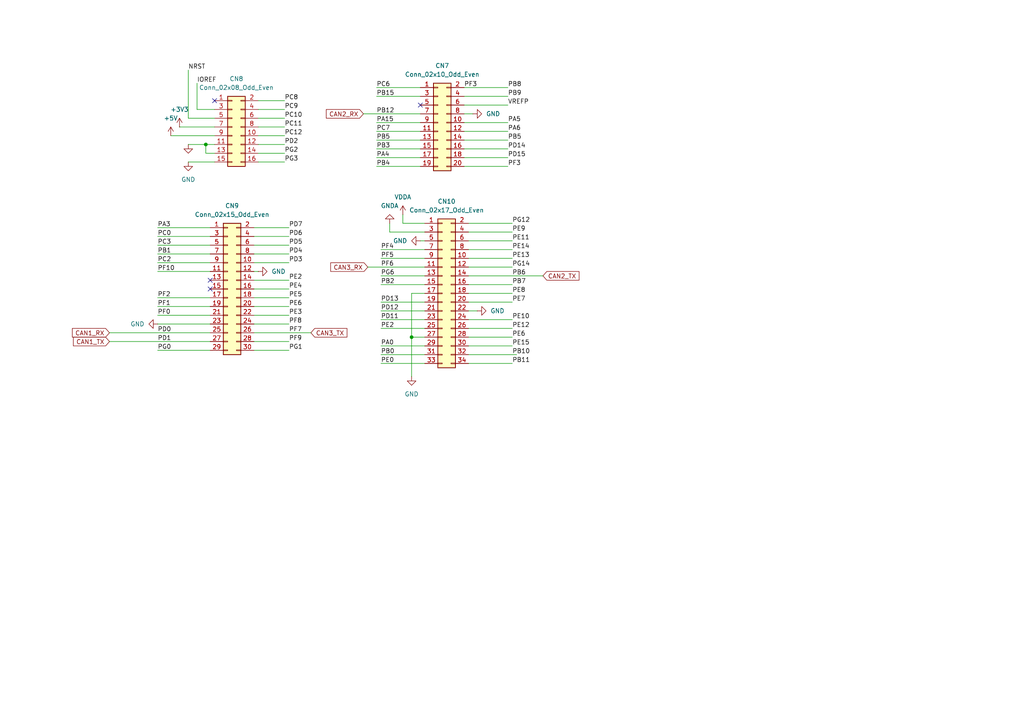
<source format=kicad_sch>
(kicad_sch (version 20231120) (generator "eeschema") (generator_version "8.0")
  (paper "A4")
  (lib_symbols
    (symbol "Connector_Generic:Conn_02x08_Odd_Even" (pin_names (offset 1.016) hide)
      (property "Reference" "J" (at 1.27 10.16 0))
      (property "Value" "Conn_02x08_Odd_Even" (at 1.27 -12.7 0))
      (symbol "Conn_02x08_Odd_Even_1_1"
        (rectangle (start -1.27 -10.033) (end 0 -10.287) (stroke (width 0.1524)))
        (rectangle (start -1.27 -7.493) (end 0 -7.747) (stroke (width 0.1524)))
        (rectangle (start -1.27 -4.953) (end 0 -5.207) (stroke (width 0.1524)))
        (rectangle (start -1.27 -2.413) (end 0 -2.667) (stroke (width 0.1524)))
        (rectangle (start -1.27 0.127) (end 0 -0.127) (stroke (width 0.1524)))
        (rectangle (start -1.27 2.667) (end 0 2.413) (stroke (width 0.1524)))
        (rectangle (start -1.27 5.207) (end 0 4.953) (stroke (width 0.1524)))
        (rectangle (start -1.27 7.747) (end 0 7.493) (stroke (width 0.1524)))
        (rectangle (start -1.27 8.89) (end 3.81 -11.43) (stroke (width 0.254)) (fill (type background)))
        (rectangle (start 3.81 -10.033) (end 2.54 -10.287) (stroke (width 0.1524)))
        (rectangle (start 3.81 -7.493) (end 2.54 -7.747) (stroke (width 0.1524)))
        (rectangle (start 3.81 -4.953) (end 2.54 -5.207) (stroke (width 0.1524)))
        (rectangle (start 3.81 -2.413) (end 2.54 -2.667) (stroke (width 0.1524)))
        (rectangle (start 3.81 0.127) (end 2.54 -0.127) (stroke (width 0.1524)))
        (rectangle (start 3.81 2.667) (end 2.54 2.413) (stroke (width 0.1524)))
        (rectangle (start 3.81 5.207) (end 2.54 4.953) (stroke (width 0.1524)))
        (rectangle (start 3.81 7.747) (end 2.54 7.493) (stroke (width 0.1524)))
        (pin passive line (at -5.08 7.62 0) (length 3.81) (name "Pin_1") (number "1"))
        (pin passive line (at 7.62 -2.54 180) (length 3.81) (name "Pin_10") (number "10"))
        (pin passive line (at -5.08 -5.08 0) (length 3.81) (name "Pin_11") (number "11"))
        (pin passive line (at 7.62 -5.08 180) (length 3.81) (name "Pin_12") (number "12"))
        (pin passive line (at -5.08 -7.62 0) (length 3.81) (name "Pin_13") (number "13"))
        (pin passive line (at 7.62 -7.62 180) (length 3.81) (name "Pin_14") (number "14"))
        (pin passive line (at -5.08 -10.16 0) (length 3.81) (name "Pin_15") (number "15"))
        (pin passive line (at 7.62 -10.16 180) (length 3.81) (name "Pin_16") (number "16"))
        (pin passive line (at 7.62 7.62 180) (length 3.81) (name "Pin_2") (number "2"))
        (pin passive line (at -5.08 5.08 0) (length 3.81) (name "Pin_3") (number "3"))
        (pin passive line (at 7.62 5.08 180) (length 3.81) (name "Pin_4") (number "4"))
        (pin passive line (at -5.08 2.54 0) (length 3.81) (name "Pin_5") (number "5"))
        (pin passive line (at 7.62 2.54 180) (length 3.81) (name "Pin_6") (number "6"))
        (pin passive line (at -5.08 0 0) (length 3.81) (name "Pin_7") (number "7"))
        (pin passive line (at 7.62 0 180) (length 3.81) (name "Pin_8") (number "8"))
        (pin passive line (at -5.08 -2.54 0) (length 3.81) (name "Pin_9") (number "9"))
      )
    )
    (symbol "Connector_Generic:Conn_02x10_Odd_Even" (pin_names (offset 1.016) hide)
      (property "Reference" "J" (at 1.27 12.7 0))
      (property "Value" "Conn_02x10_Odd_Even" (at 1.27 -15.24 0))
      (symbol "Conn_02x10_Odd_Even_1_1"
        (rectangle (start -1.27 -12.573) (end 0 -12.827) (stroke (width 0.1524)))
        (rectangle (start -1.27 -10.033) (end 0 -10.287) (stroke (width 0.1524)))
        (rectangle (start -1.27 -7.493) (end 0 -7.747) (stroke (width 0.1524)))
        (rectangle (start -1.27 -4.953) (end 0 -5.207) (stroke (width 0.1524)))
        (rectangle (start -1.27 -2.413) (end 0 -2.667) (stroke (width 0.1524)))
        (rectangle (start -1.27 0.127) (end 0 -0.127) (stroke (width 0.1524)))
        (rectangle (start -1.27 2.667) (end 0 2.413) (stroke (width 0.1524)))
        (rectangle (start -1.27 5.207) (end 0 4.953) (stroke (width 0.1524)))
        (rectangle (start -1.27 7.747) (end 0 7.493) (stroke (width 0.1524)))
        (rectangle (start -1.27 10.287) (end 0 10.033) (stroke (width 0.1524)))
        (rectangle (start -1.27 11.43) (end 3.81 -13.97) (stroke (width 0.254)) (fill (type background)))
        (rectangle (start 3.81 -12.573) (end 2.54 -12.827) (stroke (width 0.1524)))
        (rectangle (start 3.81 -10.033) (end 2.54 -10.287) (stroke (width 0.1524)))
        (rectangle (start 3.81 -7.493) (end 2.54 -7.747) (stroke (width 0.1524)))
        (rectangle (start 3.81 -4.953) (end 2.54 -5.207) (stroke (width 0.1524)))
        (rectangle (start 3.81 -2.413) (end 2.54 -2.667) (stroke (width 0.1524)))
        (rectangle (start 3.81 0.127) (end 2.54 -0.127) (stroke (width 0.1524)))
        (rectangle (start 3.81 2.667) (end 2.54 2.413) (stroke (width 0.1524)))
        (rectangle (start 3.81 5.207) (end 2.54 4.953) (stroke (width 0.1524)))
        (rectangle (start 3.81 7.747) (end 2.54 7.493) (stroke (width 0.1524)))
        (rectangle (start 3.81 10.287) (end 2.54 10.033) (stroke (width 0.1524)))
        (pin passive line (at -5.08 10.16 0) (length 3.81) (name "Pin_1") (number "1"))
        (pin passive line (at 7.62 0 180) (length 3.81) (name "Pin_10") (number "10"))
        (pin passive line (at -5.08 -2.54 0) (length 3.81) (name "Pin_11") (number "11"))
        (pin passive line (at 7.62 -2.54 180) (length 3.81) (name "Pin_12") (number "12"))
        (pin passive line (at -5.08 -5.08 0) (length 3.81) (name "Pin_13") (number "13"))
        (pin passive line (at 7.62 -5.08 180) (length 3.81) (name "Pin_14") (number "14"))
        (pin passive line (at -5.08 -7.62 0) (length 3.81) (name "Pin_15") (number "15"))
        (pin passive line (at 7.62 -7.62 180) (length 3.81) (name "Pin_16") (number "16"))
        (pin passive line (at -5.08 -10.16 0) (length 3.81) (name "Pin_17") (number "17"))
        (pin passive line (at 7.62 -10.16 180) (length 3.81) (name "Pin_18") (number "18"))
        (pin passive line (at -5.08 -12.7 0) (length 3.81) (name "Pin_19") (number "19"))
        (pin passive line (at 7.62 10.16 180) (length 3.81) (name "Pin_2") (number "2"))
        (pin passive line (at 7.62 -12.7 180) (length 3.81) (name "Pin_20") (number "20"))
        (pin passive line (at -5.08 7.62 0) (length 3.81) (name "Pin_3") (number "3"))
        (pin passive line (at 7.62 7.62 180) (length 3.81) (name "Pin_4") (number "4"))
        (pin passive line (at -5.08 5.08 0) (length 3.81) (name "Pin_5") (number "5"))
        (pin passive line (at 7.62 5.08 180) (length 3.81) (name "Pin_6") (number "6"))
        (pin passive line (at -5.08 2.54 0) (length 3.81) (name "Pin_7") (number "7"))
        (pin passive line (at 7.62 2.54 180) (length 3.81) (name "Pin_8") (number "8"))
        (pin passive line (at -5.08 0 0) (length 3.81) (name "Pin_9") (number "9"))
      )
    )
    (symbol "Connector_Generic:Conn_02x15_Odd_Even" (pin_names (offset 1.016) hide)
      (property "Reference" "J" (at 1.27 20.32 0))
      (property "Value" "Conn_02x15_Odd_Even" (at 1.27 -20.32 0))
      (symbol "Conn_02x15_Odd_Even_1_1"
        (rectangle (start -1.27 -17.653) (end 0 -17.907) (stroke (width 0.1524)))
        (rectangle (start -1.27 -15.113) (end 0 -15.367) (stroke (width 0.1524)))
        (rectangle (start -1.27 -12.573) (end 0 -12.827) (stroke (width 0.1524)))
        (rectangle (start -1.27 -10.033) (end 0 -10.287) (stroke (width 0.1524)))
        (rectangle (start -1.27 -7.493) (end 0 -7.747) (stroke (width 0.1524)))
        (rectangle (start -1.27 -4.953) (end 0 -5.207) (stroke (width 0.1524)))
        (rectangle (start -1.27 -2.413) (end 0 -2.667) (stroke (width 0.1524)))
        (rectangle (start -1.27 0.127) (end 0 -0.127) (stroke (width 0.1524)))
        (rectangle (start -1.27 2.667) (end 0 2.413) (stroke (width 0.1524)))
        (rectangle (start -1.27 5.207) (end 0 4.953) (stroke (width 0.1524)))
        (rectangle (start -1.27 7.747) (end 0 7.493) (stroke (width 0.1524)))
        (rectangle (start -1.27 10.287) (end 0 10.033) (stroke (width 0.1524)))
        (rectangle (start -1.27 12.827) (end 0 12.573) (stroke (width 0.1524)))
        (rectangle (start -1.27 15.367) (end 0 15.113) (stroke (width 0.1524)))
        (rectangle (start -1.27 17.907) (end 0 17.653) (stroke (width 0.1524)))
        (rectangle (start -1.27 19.05) (end 3.81 -19.05) (stroke (width 0.254)) (fill (type background)))
        (rectangle (start 3.81 -17.653) (end 2.54 -17.907) (stroke (width 0.1524)))
        (rectangle (start 3.81 -15.113) (end 2.54 -15.367) (stroke (width 0.1524)))
        (rectangle (start 3.81 -12.573) (end 2.54 -12.827) (stroke (width 0.1524)))
        (rectangle (start 3.81 -10.033) (end 2.54 -10.287) (stroke (width 0.1524)))
        (rectangle (start 3.81 -7.493) (end 2.54 -7.747) (stroke (width 0.1524)))
        (rectangle (start 3.81 -4.953) (end 2.54 -5.207) (stroke (width 0.1524)))
        (rectangle (start 3.81 -2.413) (end 2.54 -2.667) (stroke (width 0.1524)))
        (rectangle (start 3.81 0.127) (end 2.54 -0.127) (stroke (width 0.1524)))
        (rectangle (start 3.81 2.667) (end 2.54 2.413) (stroke (width 0.1524)))
        (rectangle (start 3.81 5.207) (end 2.54 4.953) (stroke (width 0.1524)))
        (rectangle (start 3.81 7.747) (end 2.54 7.493) (stroke (width 0.1524)))
        (rectangle (start 3.81 10.287) (end 2.54 10.033) (stroke (width 0.1524)))
        (rectangle (start 3.81 12.827) (end 2.54 12.573) (stroke (width 0.1524)))
        (rectangle (start 3.81 15.367) (end 2.54 15.113) (stroke (width 0.1524)))
        (rectangle (start 3.81 17.907) (end 2.54 17.653) (stroke (width 0.1524)))
        (pin passive line (at -5.08 17.78 0) (length 3.81) (name "Pin_1") (number "1"))
        (pin passive line (at 7.62 7.62 180) (length 3.81) (name "Pin_10") (number "10"))
        (pin passive line (at -5.08 5.08 0) (length 3.81) (name "Pin_11") (number "11"))
        (pin passive line (at 7.62 5.08 180) (length 3.81) (name "Pin_12") (number "12"))
        (pin passive line (at -5.08 2.54 0) (length 3.81) (name "Pin_13") (number "13"))
        (pin passive line (at 7.62 2.54 180) (length 3.81) (name "Pin_14") (number "14"))
        (pin passive line (at -5.08 0 0) (length 3.81) (name "Pin_15") (number "15"))
        (pin passive line (at 7.62 0 180) (length 3.81) (name "Pin_16") (number "16"))
        (pin passive line (at -5.08 -2.54 0) (length 3.81) (name "Pin_17") (number "17"))
        (pin passive line (at 7.62 -2.54 180) (length 3.81) (name "Pin_18") (number "18"))
        (pin passive line (at -5.08 -5.08 0) (length 3.81) (name "Pin_19") (number "19"))
        (pin passive line (at 7.62 17.78 180) (length 3.81) (name "Pin_2") (number "2"))
        (pin passive line (at 7.62 -5.08 180) (length 3.81) (name "Pin_20") (number "20"))
        (pin passive line (at -5.08 -7.62 0) (length 3.81) (name "Pin_21") (number "21"))
        (pin passive line (at 7.62 -7.62 180) (length 3.81) (name "Pin_22") (number "22"))
        (pin passive line (at -5.08 -10.16 0) (length 3.81) (name "Pin_23") (number "23"))
        (pin passive line (at 7.62 -10.16 180) (length 3.81) (name "Pin_24") (number "24"))
        (pin passive line (at -5.08 -12.7 0) (length 3.81) (name "Pin_25") (number "25"))
        (pin passive line (at 7.62 -12.7 180) (length 3.81) (name "Pin_26") (number "26"))
        (pin passive line (at -5.08 -15.24 0) (length 3.81) (name "Pin_27") (number "27"))
        (pin passive line (at 7.62 -15.24 180) (length 3.81) (name "Pin_28") (number "28"))
        (pin passive line (at -5.08 -17.78 0) (length 3.81) (name "Pin_29") (number "29"))
        (pin passive line (at -5.08 15.24 0) (length 3.81) (name "Pin_3") (number "3"))
        (pin passive line (at 7.62 -17.78 180) (length 3.81) (name "Pin_30") (number "30"))
        (pin passive line (at 7.62 15.24 180) (length 3.81) (name "Pin_4") (number "4"))
        (pin passive line (at -5.08 12.7 0) (length 3.81) (name "Pin_5") (number "5"))
        (pin passive line (at 7.62 12.7 180) (length 3.81) (name "Pin_6") (number "6"))
        (pin passive line (at -5.08 10.16 0) (length 3.81) (name "Pin_7") (number "7"))
        (pin passive line (at 7.62 10.16 180) (length 3.81) (name "Pin_8") (number "8"))
        (pin passive line (at -5.08 7.62 0) (length 3.81) (name "Pin_9") (number "9"))
      )
    )
    (symbol "Connector_Generic:Conn_02x17_Odd_Even" (pin_names (offset 1.016) hide)
      (property "Reference" "J" (at 1.27 22.86 0))
      (property "Value" "Conn_02x17_Odd_Even" (at 1.27 -22.86 0))
      (symbol "Conn_02x17_Odd_Even_1_1"
        (rectangle (start -1.27 -20.193) (end 0 -20.447) (stroke (width 0.1524)))
        (rectangle (start -1.27 -17.653) (end 0 -17.907) (stroke (width 0.1524)))
        (rectangle (start -1.27 -15.113) (end 0 -15.367) (stroke (width 0.1524)))
        (rectangle (start -1.27 -12.573) (end 0 -12.827) (stroke (width 0.1524)))
        (rectangle (start -1.27 -10.033) (end 0 -10.287) (stroke (width 0.1524)))
        (rectangle (start -1.27 -7.493) (end 0 -7.747) (stroke (width 0.1524)))
        (rectangle (start -1.27 -4.953) (end 0 -5.207) (stroke (width 0.1524)))
        (rectangle (start -1.27 -2.413) (end 0 -2.667) (stroke (width 0.1524)))
        (rectangle (start -1.27 0.127) (end 0 -0.127) (stroke (width 0.1524)))
        (rectangle (start -1.27 2.667) (end 0 2.413) (stroke (width 0.1524)))
        (rectangle (start -1.27 5.207) (end 0 4.953) (stroke (width 0.1524)))
        (rectangle (start -1.27 7.747) (end 0 7.493) (stroke (width 0.1524)))
        (rectangle (start -1.27 10.287) (end 0 10.033) (stroke (width 0.1524)))
        (rectangle (start -1.27 12.827) (end 0 12.573) (stroke (width 0.1524)))
        (rectangle (start -1.27 15.367) (end 0 15.113) (stroke (width 0.1524)))
        (rectangle (start -1.27 17.907) (end 0 17.653) (stroke (width 0.1524)))
        (rectangle (start -1.27 20.447) (end 0 20.193) (stroke (width 0.1524)))
        (rectangle (start -1.27 21.59) (end 3.81 -21.59) (stroke (width 0.254)) (fill (type background)))
        (rectangle (start 3.81 -20.193) (end 2.54 -20.447) (stroke (width 0.1524)))
        (rectangle (start 3.81 -17.653) (end 2.54 -17.907) (stroke (width 0.1524)))
        (rectangle (start 3.81 -15.113) (end 2.54 -15.367) (stroke (width 0.1524)))
        (rectangle (start 3.81 -12.573) (end 2.54 -12.827) (stroke (width 0.1524)))
        (rectangle (start 3.81 -10.033) (end 2.54 -10.287) (stroke (width 0.1524)))
        (rectangle (start 3.81 -7.493) (end 2.54 -7.747) (stroke (width 0.1524)))
        (rectangle (start 3.81 -4.953) (end 2.54 -5.207) (stroke (width 0.1524)))
        (rectangle (start 3.81 -2.413) (end 2.54 -2.667) (stroke (width 0.1524)))
        (rectangle (start 3.81 0.127) (end 2.54 -0.127) (stroke (width 0.1524)))
        (rectangle (start 3.81 2.667) (end 2.54 2.413) (stroke (width 0.1524)))
        (rectangle (start 3.81 5.207) (end 2.54 4.953) (stroke (width 0.1524)))
        (rectangle (start 3.81 7.747) (end 2.54 7.493) (stroke (width 0.1524)))
        (rectangle (start 3.81 10.287) (end 2.54 10.033) (stroke (width 0.1524)))
        (rectangle (start 3.81 12.827) (end 2.54 12.573) (stroke (width 0.1524)))
        (rectangle (start 3.81 15.367) (end 2.54 15.113) (stroke (width 0.1524)))
        (rectangle (start 3.81 17.907) (end 2.54 17.653) (stroke (width 0.1524)))
        (rectangle (start 3.81 20.447) (end 2.54 20.193) (stroke (width 0.1524)))
        (pin passive line (at -5.08 20.32 0) (length 3.81) (name "Pin_1") (number "1"))
        (pin passive line (at 7.62 10.16 180) (length 3.81) (name "Pin_10") (number "10"))
        (pin passive line (at -5.08 7.62 0) (length 3.81) (name "Pin_11") (number "11"))
        (pin passive line (at 7.62 7.62 180) (length 3.81) (name "Pin_12") (number "12"))
        (pin passive line (at -5.08 5.08 0) (length 3.81) (name "Pin_13") (number "13"))
        (pin passive line (at 7.62 5.08 180) (length 3.81) (name "Pin_14") (number "14"))
        (pin passive line (at -5.08 2.54 0) (length 3.81) (name "Pin_15") (number "15"))
        (pin passive line (at 7.62 2.54 180) (length 3.81) (name "Pin_16") (number "16"))
        (pin passive line (at -5.08 0 0) (length 3.81) (name "Pin_17") (number "17"))
        (pin passive line (at 7.62 0 180) (length 3.81) (name "Pin_18") (number "18"))
        (pin passive line (at -5.08 -2.54 0) (length 3.81) (name "Pin_19") (number "19"))
        (pin passive line (at 7.62 20.32 180) (length 3.81) (name "Pin_2") (number "2"))
        (pin passive line (at 7.62 -2.54 180) (length 3.81) (name "Pin_20") (number "20"))
        (pin passive line (at -5.08 -5.08 0) (length 3.81) (name "Pin_21") (number "21"))
        (pin passive line (at 7.62 -5.08 180) (length 3.81) (name "Pin_22") (number "22"))
        (pin passive line (at -5.08 -7.62 0) (length 3.81) (name "Pin_23") (number "23"))
        (pin passive line (at 7.62 -7.62 180) (length 3.81) (name "Pin_24") (number "24"))
        (pin passive line (at -5.08 -10.16 0) (length 3.81) (name "Pin_25") (number "25"))
        (pin passive line (at 7.62 -10.16 180) (length 3.81) (name "Pin_26") (number "26"))
        (pin passive line (at -5.08 -12.7 0) (length 3.81) (name "Pin_27") (number "27"))
        (pin passive line (at 7.62 -12.7 180) (length 3.81) (name "Pin_28") (number "28"))
        (pin passive line (at -5.08 -15.24 0) (length 3.81) (name "Pin_29") (number "29"))
        (pin passive line (at -5.08 17.78 0) (length 3.81) (name "Pin_3") (number "3"))
        (pin passive line (at 7.62 -15.24 180) (length 3.81) (name "Pin_30") (number "30"))
        (pin passive line (at -5.08 -17.78 0) (length 3.81) (name "Pin_31") (number "31"))
        (pin passive line (at 7.62 -17.78 180) (length 3.81) (name "Pin_32") (number "32"))
        (pin passive line (at -5.08 -20.32 0) (length 3.81) (name "Pin_33") (number "33"))
        (pin passive line (at 7.62 -20.32 180) (length 3.81) (name "Pin_34") (number "34"))
        (pin passive line (at 7.62 17.78 180) (length 3.81) (name "Pin_4") (number "4"))
        (pin passive line (at -5.08 15.24 0) (length 3.81) (name "Pin_5") (number "5"))
        (pin passive line (at 7.62 15.24 180) (length 3.81) (name "Pin_6") (number "6"))
        (pin passive line (at -5.08 12.7 0) (length 3.81) (name "Pin_7") (number "7"))
        (pin passive line (at 7.62 12.7 180) (length 3.81) (name "Pin_8") (number "8"))
        (pin passive line (at -5.08 10.16 0) (length 3.81) (name "Pin_9") (number "9"))
      )
    )
    (symbol "power:+3V3" (power) (pin_numbers hide) (pin_names (offset 0) hide)
      (property "Value" "+3V3" (at 0 3.556 0))
      (symbol "+3V3_0_1"
        (polyline (pts (xy -0.762 1.27) (xy 0 2.54)))
        (polyline (pts (xy 0 0) (xy 0 2.54)))
        (polyline (pts (xy 0 2.54) (xy 0.762 1.27)))
      )
      (symbol "+3V3_1_1"
        (pin power_in line (at 0 0 90) (length 0) (name "~") (number "1"))
      )
    )
    (symbol "power:+5V" (power) (pin_numbers hide) (pin_names (offset 0) hide)
      (property "Value" "+5V" (at 0 3.556 0))
      (symbol "+5V_0_1"
        (polyline (pts (xy -0.762 1.27) (xy 0 2.54)))
        (polyline (pts (xy 0 0) (xy 0 2.54)))
        (polyline (pts (xy 0 2.54) (xy 0.762 1.27)))
      )
      (symbol "+5V_1_1"
        (pin power_in line (at 0 0 90) (length 0) (name "~") (number "1"))
      )
    )
    (symbol "power:GND" (power) (pin_numbers hide) (pin_names (offset 0) hide)
      (property "Value" "GND" (at 0 -3.81 0))
      (symbol "GND_0_1"
        (polyline (pts (xy 0 0) (xy 0 -1.27) (xy 1.27 -1.27) (xy 0 -2.54) (xy -1.27 -1.27) (xy 0 -1.27)))
      )
      (symbol "GND_1_1"
        (pin power_in line (at 0 0 270) (length 0) (name "~") (number "1"))
      )
    )
    (symbol "power:GNDA" (power) (pin_numbers hide) (pin_names (offset 0) hide)
      (property "Value" "GNDA" (at 0 -3.81 0))
      (symbol "GNDA_0_1"
        (polyline (pts (xy 0 0) (xy 0 -1.27) (xy 1.27 -1.27) (xy 0 -2.54) (xy -1.27 -1.27) (xy 0 -1.27)))
      )
      (symbol "GNDA_1_1"
        (pin power_in line (at 0 0 270) (length 0) (name "~") (number "1"))
      )
    )
    (symbol "power:VDDA" (power) (pin_numbers hide) (pin_names (offset 0) hide)
      (property "Value" "VDDA" (at 0 3.556 0))
      (symbol "VDDA_0_1"
        (polyline (pts (xy -0.762 1.27) (xy 0 2.54)))
        (polyline (pts (xy 0 0) (xy 0 2.54)))
        (polyline (pts (xy 0 2.54) (xy 0.762 1.27)))
      )
      (symbol "VDDA_1_1"
        (pin power_in line (at 0 0 90) (length 0) (name "~") (number "1"))
      )
    )
  )
  (junction (at 119.38 97.79))
  (junction (at 59.69 41.91))
  (no_connect (at 121.92 30.48))
  (no_connect (at 62.23 29.21))
  (no_connect (at 60.96 81.28))
  (no_connect (at 60.96 83.82))
  (wire (pts (xy 110.49 87.63) (xy 123.19 87.63)))
  (wire (pts (xy 123.19 85.09) (xy 119.38 85.09)))
  (wire (pts (xy 45.72 93.98) (xy 60.96 93.98)))
  (wire (pts (xy 31.75 99.06) (xy 60.96 99.06)))
  (wire (pts (xy 135.89 87.63) (xy 148.59 87.63)))
  (wire (pts (xy 74.93 29.21) (xy 82.55 29.21)))
  (wire (pts (xy 109.22 35.56) (xy 121.92 35.56)))
  (wire (pts (xy 135.89 105.41) (xy 148.59 105.41)))
  (wire (pts (xy 119.38 97.79) (xy 119.38 109.22)))
  (wire (pts (xy 134.62 33.02) (xy 137.16 33.02)))
  (wire (pts (xy 119.38 85.09) (xy 119.38 97.79)))
  (wire (pts (xy 73.66 73.66) (xy 83.82 73.66)))
  (wire (pts (xy 54.61 34.29) (xy 54.61 20.32)))
  (wire (pts (xy 135.89 82.55) (xy 148.59 82.55)))
  (wire (pts (xy 123.19 67.31) (xy 113.03 67.31)))
  (wire (pts (xy 59.69 41.91) (xy 62.23 41.91)))
  (wire (pts (xy 45.72 91.44) (xy 60.96 91.44)))
  (wire (pts (xy 74.93 36.83) (xy 82.55 36.83)))
  (wire (pts (xy 62.23 44.45) (xy 59.69 44.45)))
  (wire (pts (xy 110.49 80.01) (xy 123.19 80.01)))
  (wire (pts (xy 134.62 27.94) (xy 147.32 27.94)))
  (wire (pts (xy 135.89 74.93) (xy 148.59 74.93)))
  (wire (pts (xy 57.15 31.75) (xy 62.23 31.75)))
  (wire (pts (xy 134.62 48.26) (xy 147.32 48.26)))
  (wire (pts (xy 45.72 73.66) (xy 60.96 73.66)))
  (wire (pts (xy 109.22 40.64) (xy 121.92 40.64)))
  (wire (pts (xy 135.89 92.71) (xy 148.59 92.71)))
  (wire (pts (xy 73.66 81.28) (xy 83.82 81.28)))
  (wire (pts (xy 110.49 74.93) (xy 123.19 74.93)))
  (wire (pts (xy 110.49 82.55) (xy 123.19 82.55)))
  (wire (pts (xy 52.07 36.83) (xy 62.23 36.83)))
  (wire (pts (xy 134.62 38.1) (xy 147.32 38.1)))
  (wire (pts (xy 116.84 62.23) (xy 116.84 64.77)))
  (wire (pts (xy 73.66 66.04) (xy 83.82 66.04)))
  (wire (pts (xy 135.89 69.85) (xy 148.59 69.85)))
  (wire (pts (xy 74.93 34.29) (xy 82.55 34.29)))
  (wire (pts (xy 73.66 83.82) (xy 83.82 83.82)))
  (wire (pts (xy 134.62 45.72) (xy 147.32 45.72)))
  (wire (pts (xy 73.66 71.12) (xy 83.82 71.12)))
  (wire (pts (xy 73.66 96.52) (xy 90.17 96.52)))
  (wire (pts (xy 134.62 43.18) (xy 147.32 43.18)))
  (wire (pts (xy 45.72 101.6) (xy 60.96 101.6)))
  (wire (pts (xy 109.22 43.18) (xy 121.92 43.18)))
  (wire (pts (xy 135.89 72.39) (xy 148.59 72.39)))
  (wire (pts (xy 135.89 97.79) (xy 148.59 97.79)))
  (wire (pts (xy 73.66 76.2) (xy 83.82 76.2)))
  (wire (pts (xy 135.89 64.77) (xy 148.59 64.77)))
  (wire (pts (xy 45.72 76.2) (xy 60.96 76.2)))
  (wire (pts (xy 73.66 99.06) (xy 83.82 99.06)))
  (wire (pts (xy 73.66 86.36) (xy 83.82 86.36)))
  (wire (pts (xy 134.62 35.56) (xy 147.32 35.56)))
  (wire (pts (xy 73.66 88.9) (xy 83.82 88.9)))
  (wire (pts (xy 106.68 77.47) (xy 123.19 77.47)))
  (wire (pts (xy 82.55 41.91) (xy 74.93 41.91)))
  (wire (pts (xy 135.89 90.17) (xy 138.43 90.17)))
  (wire (pts (xy 45.72 88.9) (xy 60.96 88.9)))
  (wire (pts (xy 135.89 102.87) (xy 149.86 102.87)))
  (wire (pts (xy 57.15 31.75) (xy 57.15 24.13)))
  (wire (pts (xy 135.89 67.31) (xy 148.59 67.31)))
  (wire (pts (xy 45.72 78.74) (xy 60.96 78.74)))
  (wire (pts (xy 110.49 72.39) (xy 123.19 72.39)))
  (wire (pts (xy 123.19 90.17) (xy 110.49 90.17)))
  (wire (pts (xy 45.72 71.12) (xy 60.96 71.12)))
  (wire (pts (xy 110.49 105.41) (xy 123.19 105.41)))
  (wire (pts (xy 73.66 68.58) (xy 83.82 68.58)))
  (wire (pts (xy 109.22 25.4) (xy 121.92 25.4)))
  (wire (pts (xy 134.62 30.48) (xy 147.32 30.48)))
  (wire (pts (xy 110.49 92.71) (xy 123.19 92.71)))
  (wire (pts (xy 109.22 27.94) (xy 121.92 27.94)))
  (wire (pts (xy 109.22 38.1) (xy 121.92 38.1)))
  (wire (pts (xy 121.92 69.85) (xy 123.19 69.85)))
  (wire (pts (xy 49.53 39.37) (xy 62.23 39.37)))
  (wire (pts (xy 82.55 39.37) (xy 74.93 39.37)))
  (wire (pts (xy 135.89 95.25) (xy 148.59 95.25)))
  (wire (pts (xy 59.69 41.91) (xy 59.69 44.45)))
  (wire (pts (xy 73.66 91.44) (xy 83.82 91.44)))
  (wire (pts (xy 31.75 96.52) (xy 60.96 96.52)))
  (wire (pts (xy 135.89 77.47) (xy 148.59 77.47)))
  (wire (pts (xy 109.22 48.26) (xy 121.92 48.26)))
  (wire (pts (xy 119.38 97.79) (xy 123.19 97.79)))
  (wire (pts (xy 54.61 46.99) (xy 62.23 46.99)))
  (wire (pts (xy 73.66 93.98) (xy 83.82 93.98)))
  (wire (pts (xy 45.72 68.58) (xy 60.96 68.58)))
  (wire (pts (xy 105.41 33.02) (xy 121.92 33.02)))
  (wire (pts (xy 82.55 46.99) (xy 74.93 46.99)))
  (wire (pts (xy 54.61 34.29) (xy 62.23 34.29)))
  (wire (pts (xy 45.72 66.04) (xy 60.96 66.04)))
  (wire (pts (xy 74.93 31.75) (xy 82.55 31.75)))
  (wire (pts (xy 116.84 64.77) (xy 123.19 64.77)))
  (wire (pts (xy 110.49 102.87) (xy 123.19 102.87)))
  (wire (pts (xy 135.89 85.09) (xy 148.59 85.09)))
  (wire (pts (xy 110.49 95.25) (xy 123.19 95.25)))
  (wire (pts (xy 135.89 100.33) (xy 148.59 100.33)))
  (wire (pts (xy 113.03 67.31) (xy 113.03 64.77)))
  (wire (pts (xy 82.55 44.45) (xy 74.93 44.45)))
  (wire (pts (xy 73.66 78.74) (xy 74.93 78.74)))
  (wire (pts (xy 54.61 41.91) (xy 59.69 41.91)))
  (wire (pts (xy 60.96 86.36) (xy 45.72 86.36)))
  (wire (pts (xy 135.89 80.01) (xy 157.48 80.01)))
  (wire (pts (xy 73.66 101.6) (xy 83.82 101.6)))
  (wire (pts (xy 134.62 40.64) (xy 147.32 40.64)))
  (wire (pts (xy 110.49 100.33) (xy 123.19 100.33)))
  (wire (pts (xy 134.62 25.4) (xy 147.32 25.4)))
  (wire (pts (xy 121.92 45.72) (xy 109.22 45.72)))
  (label "PE7" (at 148.59 87.63 0))
  (label "PC8" (at 82.55 29.21 0))
  (label "PB6" (at 148.59 80.01 0))
  (label "PD1" (at 45.72 99.06 0))
  (label "PB7" (at 148.59 82.55 0))
  (label "PB10" (at 148.59 102.87 0))
  (label "PB8" (at 147.32 25.4 0))
  (label "PE14" (at 148.59 72.39 0))
  (label "PD5" (at 83.82 71.12 0))
  (label "PB3" (at 109.22 43.18 0))
  (label "PG12" (at 148.59 64.77 0))
  (label "PA5" (at 147.32 35.56 0))
  (label "PC12" (at 82.55 39.37 0))
  (label "IOREF" (at 57.15 24.13 0))
  (label "PF2" (at 45.72 86.36 0))
  (label "PE9" (at 148.59 67.31 0))
  (label "PD4" (at 83.82 73.66 0))
  (label "PE12" (at 148.59 95.25 0))
  (label "PF4" (at 110.49 72.39 0))
  (label "PG2" (at 82.55 44.45 0))
  (label "PC7" (at 109.22 38.1 0))
  (label "PE0" (at 110.49 105.41 0))
  (label "PF5" (at 110.49 74.93 0))
  (label "PF9" (at 83.82 99.06 0))
  (label "PE2" (at 83.82 81.28 0))
  (label "PB12" (at 109.22 33.02 0))
  (label "PE4" (at 83.82 83.82 0))
  (label "PB9" (at 147.32 27.94 0))
  (label "PC3" (at 45.72 71.12 0))
  (label "PF7" (at 83.82 96.52 0))
  (label "PA6" (at 147.32 38.1 0))
  (label "PB5" (at 147.32 40.64 0))
  (label "PF0" (at 45.72 91.44 0))
  (label "PA3" (at 45.72 66.04 0))
  (label "PB0" (at 110.49 102.87 0))
  (label "PF1" (at 45.72 88.9 0))
  (label "PE6" (at 148.59 97.79 0))
  (label "PD2" (at 82.55 41.91 0))
  (label "PC11" (at 82.55 36.83 0))
  (label "PE10" (at 148.59 92.71 0))
  (label "PB1" (at 45.72 73.66 0))
  (label "PF10" (at 45.72 78.74 0))
  (label "PA15" (at 109.22 35.56 0))
  (label "PD13" (at 110.49 87.63 0))
  (label "PG6" (at 110.49 80.01 0))
  (label "PE2" (at 110.49 95.25 0))
  (label "PB2" (at 110.49 82.55 0))
  (label "PF8" (at 83.82 93.98 0))
  (label "PF6" (at 110.49 77.47 0))
  (label "PC6" (at 109.22 25.4 0))
  (label "PB11" (at 148.59 105.41 0))
  (label "PB4" (at 109.22 48.26 0))
  (label "PG0" (at 45.72 101.6 0))
  (label "PG3" (at 82.55 46.99 0))
  (label "PD12" (at 110.49 90.17 0))
  (label "PE15" (at 148.59 100.33 0))
  (label "PD6" (at 83.82 68.58 0))
  (label "PA4" (at 109.22 45.72 0))
  (label "PE6" (at 83.82 88.9 0))
  (label "PE11" (at 148.59 69.85 0))
  (label "PC10" (at 82.55 34.29 0))
  (label "PF3" (at 134.62 25.4 0))
  (label "PE3" (at 83.82 91.44 0))
  (label "VREFP" (at 147.32 30.48 0))
  (label "PF3" (at 147.32 48.26 0))
  (label "PE13" (at 148.59 74.93 0))
  (label "PC2" (at 45.72 76.2 0))
  (label "PA0" (at 110.49 100.33 0))
  (label "PE5" (at 83.82 86.36 0))
  (label "PB15" (at 109.22 27.94 0))
  (label "PC9" (at 82.55 31.75 0))
  (label "PC0" (at 45.72 68.58 0))
  (label "PG14" (at 148.59 77.47 0))
  (label "PD0" (at 45.72 96.52 0))
  (label "PB5" (at 109.22 40.64 0))
  (label "PD14" (at 147.32 43.18 0))
  (label "PD7" (at 83.82 66.04 0))
  (label "PD15" (at 147.32 45.72 0))
  (label "NRST" (at 54.61 20.32 0))
  (label "PD11" (at 110.49 92.71 0))
  (label "PE8" (at 148.59 85.09 0))
  (label "PD3" (at 83.82 76.2 0))
  (label "PG1" (at 83.82 101.6 0))
  (global_label "CAN1_RX" (shape input) (at 31.75 96.52 180) (property "Intersheetrefs" "${INTERSHEET_REFS}" (effects (hide yes))))
  (global_label "CAN3_RX" (shape input) (at 106.68 77.47 180) (property "Intersheetrefs" "${INTERSHEET_REFS}" (effects (hide yes))))
  (global_label "CAN2_TX" (shape input) (at 157.48 80.01 0) (property "Intersheetrefs" "${INTERSHEET_REFS}" (effects (hide yes))))
  (global_label "CAN2_RX" (shape input) (at 105.41 33.02 180) (property "Intersheetrefs" "${INTERSHEET_REFS}" (effects (hide yes))))
  (global_label "CAN3_TX" (shape input) (at 90.17 96.52 0) (property "Intersheetrefs" "${INTERSHEET_REFS}" (effects (hide yes))))
  (global_label "CAN1_TX" (shape input) (at 31.75 99.06 180) (property "Intersheetrefs" "${INTERSHEET_REFS}" (effects (hide yes))))
  (symbol (lib_id "power:GND") (at 54.61 41.91 0) (unit 1)
    (property "Reference" "#PWR04" (effects (hide yes)))
    (property "Value" "GND" (effects (hide yes)))
    (property "Description" "Power symbol creates a global label with name \"GND\" , ground" (effects (hide yes)))
  )
  (symbol (lib_id "power:GND") (at 54.61 46.99 0) (unit 1)
    (property "Reference" "#PWR05" (effects (hide yes)))
    (property "Value" "GND" (at 54.61 52.07 0))
    (property "Description" "Power symbol creates a global label with name \"GND\" , ground" (effects (hide yes)))
  )
  (symbol (lib_id "power:GND") (at 119.38 109.22 0) (unit 1)
    (property "Reference" "#PWR09" (effects (hide yes)))
    (property "Value" "GND" (at 119.38 114.3 0))
    (property "Description" "Power symbol creates a global label with name \"GND\" , ground" (effects (hide yes)))
  )
  (symbol (lib_id "Connector_Generic:Conn_02x15_Odd_Even") (at 66.04 83.82 0) (unit 1)
    (property "Reference" "CN9" (at 67.31 59.69 0))
    (property "Value" "Conn_02x15_Odd_Even" (at 67.31 62.23 0))
    (property "Footprint" "Connector_PinHeader_2.54mm:PinHeader_2x15_P2.54mm_Vertical" (effects (hide yes)))
    (property "Description" "Generic connector, double row, 02x15, odd/even pin numbering scheme (row 1 odd numbers, row 2 even numbers), script generated (kicad-library-utils/schlib/autogen/connector/)" (effects (hide yes)))
  )
  (symbol (lib_id "Connector_Generic:Conn_02x08_Odd_Even") (at 67.31 36.83 0) (unit 1)
    (property "Reference" "CN8" (at 68.58 22.86 0))
    (property "Value" "Conn_02x08_Odd_Even" (at 68.58 25.4 0))
    (property "Footprint" "Connector_PinHeader_2.54mm:PinHeader_2x08_P2.54mm_Vertical" (effects (hide yes)))
    (property "Description" "Generic connector, double row, 02x08, odd/even pin numbering scheme (row 1 odd numbers, row 2 even numbers), script generated (kicad-library-utils/schlib/autogen/connector/)" (effects (hide yes)))
  )
  (symbol (lib_id "power:VDDA") (at 116.84 62.23 0) (unit 1)
    (property "Reference" "#PWR08" (effects (hide yes)))
    (property "Value" "VDDA" (at 116.84 57.15 0))
    (property "Description" "Power symbol creates a global label with name \"VDDA\"" (effects (hide yes)))
  )
  (symbol (lib_id "power:GND") (at 121.92 69.85 270) (unit 1)
    (property "Reference" "#PWR010" (effects (hide yes)))
    (property "Value" "GND" (at 118.11 69.8499 90) (effects (justify right)))
    (property "Description" "Power symbol creates a global label with name \"GND\" , ground" (effects (hide yes)))
  )
  (symbol (lib_id "power:+5V") (at 49.53 39.37 0) (unit 1)
    (property "Reference" "#PWR02" (effects (hide yes)))
    (property "Value" "+5V" (at 49.53 34.29 0))
    (property "Description" "Power symbol creates a global label with name \"+5V\"" (effects (hide yes)))
  )
  (symbol (lib_id "power:+3V3") (at 52.07 36.83 0) (unit 1)
    (property "Reference" "#PWR03" (effects (hide yes)))
    (property "Value" "+3V3" (at 52.07 31.75 0))
    (property "Description" "Power symbol creates a global label with name \"+3V3\"" (effects (hide yes)))
  )
  (symbol (lib_id "power:GND") (at 45.72 93.98 270) (unit 1)
    (property "Reference" "#PWR01" (effects (hide yes)))
    (property "Value" "GND" (at 41.91 93.9799 90) (effects (justify right)))
    (property "Description" "Power symbol creates a global label with name \"GND\" , ground" (effects (hide yes)))
  )
  (symbol (lib_id "power:GND") (at 74.93 78.74 90) (unit 1)
    (property "Reference" "#PWR06" (effects (hide yes)))
    (property "Value" "GND" (at 78.74 78.7399 90) (effects (justify right)))
    (property "Description" "Power symbol creates a global label with name \"GND\" , ground" (effects (hide yes)))
  )
  (symbol (lib_id "Connector_Generic:Conn_02x10_Odd_Even") (at 127 35.56 0) (unit 1)
    (property "Reference" "CN7" (at 128.27 19.05 0))
    (property "Value" "Conn_02x10_Odd_Even" (at 128.27 21.59 0))
    (property "Footprint" "Connector_PinHeader_2.54mm:PinHeader_2x10_P2.54mm_Vertical" (effects (hide yes)))
    (property "Description" "Generic connector, double row, 02x10, odd/even pin numbering scheme (row 1 odd numbers, row 2 even numbers), script generated (kicad-library-utils/schlib/autogen/connector/)" (effects (hide yes)))
  )
  (symbol (lib_id "power:GNDA") (at 113.03 64.77 180) (unit 1)
    (property "Reference" "#PWR07" (effects (hide yes)))
    (property "Value" "GNDA" (at 113.03 59.69 0))
    (property "Description" "Power symbol creates a global label with name \"GNDA\" , analog ground" (effects (hide yes)))
  )
  (symbol (lib_id "Connector_Generic:Conn_02x17_Odd_Even") (at 128.27 85.09 0) (unit 1)
    (property "Reference" "CN10" (at 129.54 58.42 0))
    (property "Value" "Conn_02x17_Odd_Even" (at 129.54 60.96 0))
    (property "Footprint" "Connector_PinHeader_2.54mm:PinHeader_2x17_P2.54mm_Vertical" (effects (hide yes)))
    (property "Description" "Generic connector, double row, 02x17, odd/even pin numbering scheme (row 1 odd numbers, row 2 even numbers), script generated (kicad-library-utils/schlib/autogen/connector/)" (effects (hide yes)))
  )
  (symbol (lib_id "power:GND") (at 138.43 90.17 90) (unit 1)
    (property "Reference" "#PWR012" (effects (hide yes)))
    (property "Value" "GND" (at 142.24 90.1699 90) (effects (justify right)))
    (property "Description" "Power symbol creates a global label with name \"GND\" , ground" (effects (hide yes)))
  )
  (symbol (lib_id "power:GND") (at 137.16 33.02 90) (unit 1)
    (property "Reference" "#PWR011" (effects (hide yes)))
    (property "Value" "GND" (at 140.97 33.0199 90) (effects (justify right)))
    (property "Description" "Power symbol creates a global label with name \"GND\" , ground" (effects (hide yes)))
  )
)
</source>
